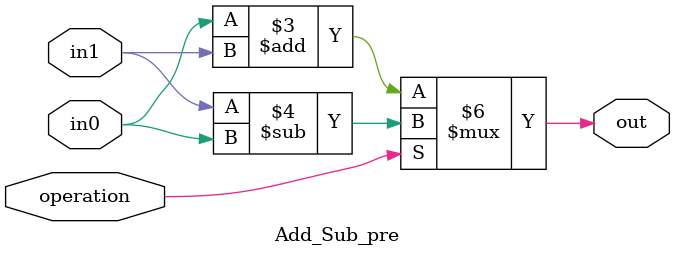
<source format=v>
module Add_Sub_pre(in0,in1,operation,out);
parameter ADD_SUB_SIZE=1;
input operation;
input [ADD_SUB_SIZE-1:0] in0 , in1;
output reg [ADD_SUB_SIZE-1:0] out;
always @(*) begin
 if(operation==0) begin
  out=in0+in1;
 end
 else begin
  out=in1-in0;
 end
end
endmodule

</source>
